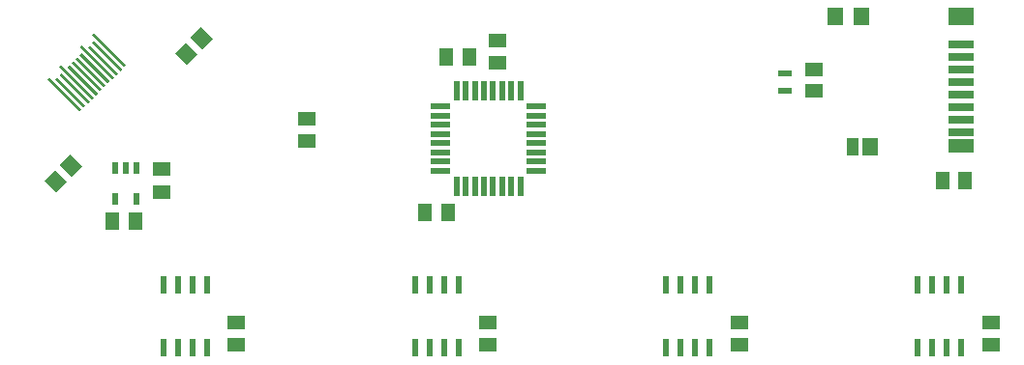
<source format=gtp>
G75*
%MOIN*%
%OFA0B0*%
%FSLAX24Y24*%
%IPPOS*%
%LPD*%
%AMOC8*
5,1,8,0,0,1.08239X$1,22.5*
%
%ADD10R,0.0197X0.0591*%
%ADD11R,0.0512X0.0630*%
%ADD12R,0.0886X0.0512*%
%ADD13R,0.0886X0.0276*%
%ADD14R,0.0886X0.0591*%
%ADD15R,0.0551X0.0591*%
%ADD16R,0.0394X0.0591*%
%ADD17R,0.0709X0.0217*%
%ADD18R,0.0217X0.0709*%
%ADD19R,0.0630X0.0512*%
%ADD20R,0.0591X0.0512*%
%ADD21R,0.0217X0.0394*%
%ADD22R,0.1378X0.0098*%
%ADD23R,0.1575X0.0098*%
%ADD24R,0.0512X0.0591*%
%ADD25R,0.0500X0.0200*%
D10*
X008238Y008460D03*
X008738Y008460D03*
X009238Y008460D03*
X009738Y008460D03*
X009738Y010626D03*
X009238Y010626D03*
X008738Y010626D03*
X008238Y010626D03*
X016899Y010626D03*
X017399Y010626D03*
X017899Y010626D03*
X018399Y010626D03*
X018399Y008460D03*
X017899Y008460D03*
X017399Y008460D03*
X016899Y008460D03*
X025561Y008460D03*
X026061Y008460D03*
X026561Y008460D03*
X027061Y008460D03*
X027061Y010626D03*
X026561Y010626D03*
X026061Y010626D03*
X025561Y010626D03*
X034222Y010626D03*
X034722Y010626D03*
X035222Y010626D03*
X035722Y010626D03*
X035722Y008460D03*
X035222Y008460D03*
X034722Y008460D03*
X034222Y008460D03*
D11*
X035070Y014231D03*
X035857Y014231D03*
X018782Y018481D03*
X017995Y018481D03*
X018032Y013131D03*
X017245Y013131D03*
X007282Y012831D03*
X006495Y012831D03*
D12*
X035721Y015421D03*
D13*
X035721Y015894D03*
X035721Y016327D03*
X035721Y016760D03*
X035721Y017193D03*
X035721Y017626D03*
X035721Y018059D03*
X035721Y018492D03*
X035721Y018925D03*
D14*
X035721Y019890D03*
D15*
X032296Y019890D03*
X031371Y019890D03*
X032581Y015382D03*
D16*
X031991Y015382D03*
D17*
X021092Y015524D03*
X021092Y015209D03*
X021092Y014894D03*
X021092Y014579D03*
X021092Y015839D03*
X021092Y016154D03*
X021092Y016469D03*
X021092Y016784D03*
X017785Y016784D03*
X017785Y016469D03*
X017785Y016154D03*
X017785Y015839D03*
X017785Y015524D03*
X017785Y015209D03*
X017785Y014894D03*
X017785Y014579D03*
D18*
X018336Y014028D03*
X018651Y014028D03*
X018966Y014028D03*
X019281Y014028D03*
X019596Y014028D03*
X019911Y014028D03*
X020226Y014028D03*
X020541Y014028D03*
X020541Y017335D03*
X020226Y017335D03*
X019911Y017335D03*
X019596Y017335D03*
X019281Y017335D03*
X018966Y017335D03*
X018651Y017335D03*
X018336Y017335D03*
D19*
X019739Y018288D03*
X019739Y019075D03*
X008189Y014625D03*
X008189Y013838D03*
X010759Y009346D03*
X010759Y008559D03*
X019421Y008559D03*
X019421Y009346D03*
X028082Y009346D03*
X028082Y008559D03*
X036744Y008559D03*
X036744Y009346D03*
D20*
X030657Y017315D03*
X030657Y018063D03*
X013189Y016356D03*
X013189Y015607D03*
D21*
X007313Y014663D03*
X006939Y014663D03*
X006565Y014663D03*
X006565Y013600D03*
X007313Y013600D03*
D22*
G36*
X004589Y017797D02*
X005562Y016824D01*
X005493Y016755D01*
X004520Y017728D01*
X004589Y017797D01*
G37*
G36*
X004728Y017937D02*
X005701Y016964D01*
X005632Y016895D01*
X004659Y017868D01*
X004728Y017937D01*
G37*
G36*
X005007Y018215D02*
X005980Y017242D01*
X005911Y017173D01*
X004938Y018146D01*
X005007Y018215D01*
G37*
G36*
X005146Y018354D02*
X006119Y017381D01*
X006050Y017312D01*
X005077Y018285D01*
X005146Y018354D01*
G37*
G36*
X005285Y018493D02*
X006258Y017520D01*
X006189Y017451D01*
X005216Y018424D01*
X005285Y018493D01*
G37*
G36*
X005424Y018632D02*
X006397Y017659D01*
X006328Y017590D01*
X005355Y018563D01*
X005424Y018632D01*
G37*
G36*
X005703Y018911D02*
X006676Y017938D01*
X006607Y017869D01*
X005634Y018842D01*
X005703Y018911D01*
G37*
G36*
X005842Y019050D02*
X006815Y018077D01*
X006746Y018008D01*
X005773Y018981D01*
X005842Y019050D01*
G37*
D23*
G36*
X005842Y019329D02*
X006954Y018217D01*
X006884Y018147D01*
X005772Y019259D01*
X005842Y019329D01*
G37*
G36*
X005425Y018911D02*
X006537Y017799D01*
X006467Y017729D01*
X005355Y018841D01*
X005425Y018911D01*
G37*
G36*
X004729Y018215D02*
X005841Y017103D01*
X005771Y017033D01*
X004659Y018145D01*
X004729Y018215D01*
G37*
G36*
X004311Y017798D02*
X005423Y016686D01*
X005353Y016616D01*
X004241Y017728D01*
X004311Y017798D01*
G37*
D24*
G36*
X008635Y018644D02*
X008997Y019006D01*
X009413Y018590D01*
X009051Y018228D01*
X008635Y018644D01*
G37*
G36*
X009164Y019173D02*
X009526Y019535D01*
X009942Y019119D01*
X009580Y018757D01*
X009164Y019173D01*
G37*
G36*
X004664Y014773D02*
X005026Y015135D01*
X005442Y014719D01*
X005080Y014357D01*
X004664Y014773D01*
G37*
G36*
X004135Y014244D02*
X004497Y014606D01*
X004913Y014190D01*
X004551Y013828D01*
X004135Y014244D01*
G37*
D25*
X029653Y017330D03*
X029653Y017930D03*
M02*

</source>
